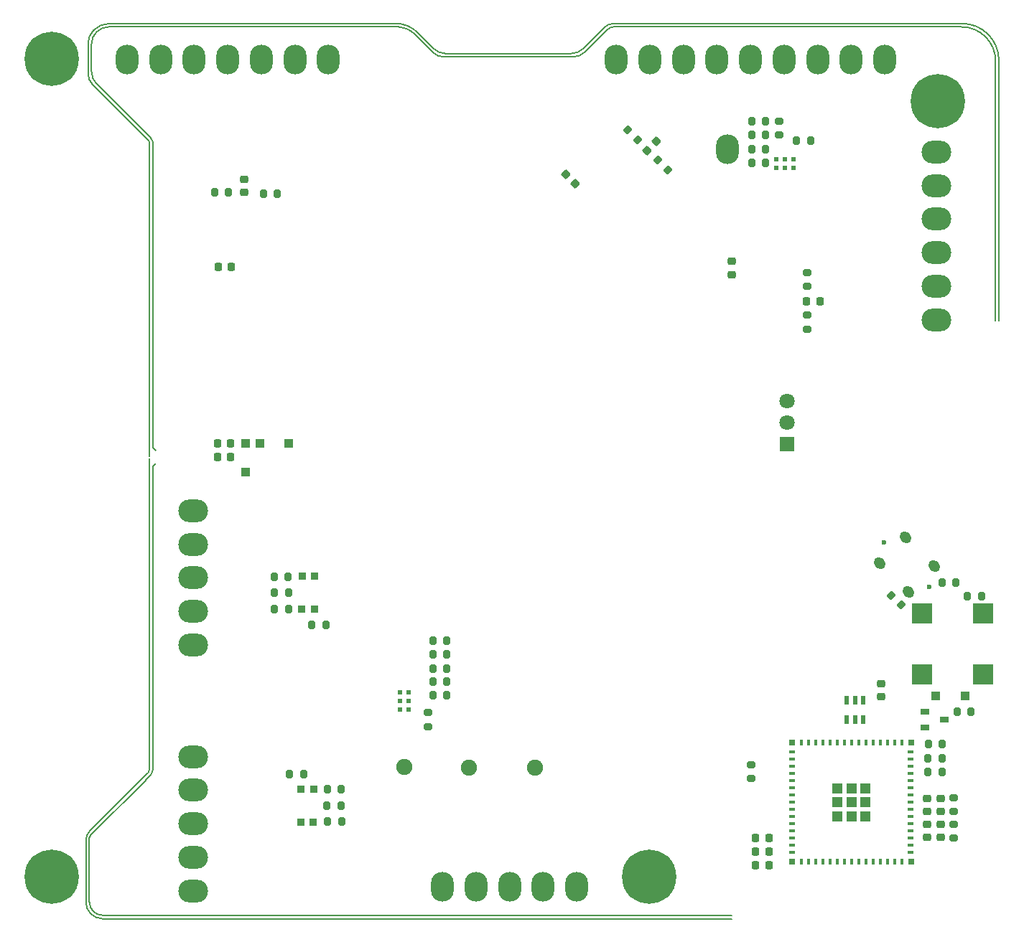
<source format=gbr>
%TF.GenerationSoftware,KiCad,Pcbnew,9.0.3*%
%TF.CreationDate,2025-07-25T14:59:07+02:00*%
%TF.ProjectId,HUB_MPE,4855425f-4d50-4452-9e6b-696361645f70,0.1*%
%TF.SameCoordinates,Original*%
%TF.FileFunction,Soldermask,Bot*%
%TF.FilePolarity,Negative*%
%FSLAX46Y46*%
G04 Gerber Fmt 4.6, Leading zero omitted, Abs format (unit mm)*
G04 Created by KiCad (PCBNEW 9.0.3) date 2025-07-25 14:59:07*
%MOMM*%
%LPD*%
G01*
G04 APERTURE LIST*
G04 Aperture macros list*
%AMRoundRect*
0 Rectangle with rounded corners*
0 $1 Rounding radius*
0 $2 $3 $4 $5 $6 $7 $8 $9 X,Y pos of 4 corners*
0 Add a 4 corners polygon primitive as box body*
4,1,4,$2,$3,$4,$5,$6,$7,$8,$9,$2,$3,0*
0 Add four circle primitives for the rounded corners*
1,1,$1+$1,$2,$3*
1,1,$1+$1,$4,$5*
1,1,$1+$1,$6,$7*
1,1,$1+$1,$8,$9*
0 Add four rect primitives between the rounded corners*
20,1,$1+$1,$2,$3,$4,$5,0*
20,1,$1+$1,$4,$5,$6,$7,0*
20,1,$1+$1,$6,$7,$8,$9,0*
20,1,$1+$1,$8,$9,$2,$3,0*%
%AMHorizOval*
0 Thick line with rounded ends*
0 $1 width*
0 $2 $3 position (X,Y) of the first rounded end (center of the circle)*
0 $4 $5 position (X,Y) of the second rounded end (center of the circle)*
0 Add line between two ends*
20,1,$1,$2,$3,$4,$5,0*
0 Add two circle primitives to create the rounded ends*
1,1,$1,$2,$3*
1,1,$1,$4,$5*%
G04 Aperture macros list end*
%ADD10C,1.900000*%
%ADD11C,1.800000*%
%ADD12R,1.800000X1.800000*%
%ADD13O,2.700000X3.500000*%
%ADD14C,0.610000*%
%ADD15O,3.500000X2.700000*%
%ADD16C,0.800000*%
%ADD17C,6.400000*%
%ADD18HorizOval,1.200000X0.106066X-0.106066X-0.106066X0.106066X0*%
%ADD19C,0.600000*%
%ADD20RoundRect,0.225000X-0.017678X0.335876X-0.335876X0.017678X0.017678X-0.335876X0.335876X-0.017678X0*%
%ADD21R,0.800000X0.800000*%
%ADD22R,1.200000X1.200000*%
%ADD23R,0.400000X0.800000*%
%ADD24R,0.800000X0.400000*%
%ADD25RoundRect,0.200000X0.200000X0.275000X-0.200000X0.275000X-0.200000X-0.275000X0.200000X-0.275000X0*%
%ADD26R,2.400000X2.400000*%
%ADD27RoundRect,0.225000X0.250000X-0.225000X0.250000X0.225000X-0.250000X0.225000X-0.250000X-0.225000X0*%
%ADD28R,0.810000X0.860000*%
%ADD29RoundRect,0.200000X-0.200000X-0.275000X0.200000X-0.275000X0.200000X0.275000X-0.200000X0.275000X0*%
%ADD30RoundRect,0.225000X-0.225000X-0.250000X0.225000X-0.250000X0.225000X0.250000X-0.225000X0.250000X0*%
%ADD31RoundRect,0.225000X0.225000X0.250000X-0.225000X0.250000X-0.225000X-0.250000X0.225000X-0.250000X0*%
%ADD32RoundRect,0.200000X0.275000X-0.200000X0.275000X0.200000X-0.275000X0.200000X-0.275000X-0.200000X0*%
%ADD33R,1.100000X1.000000*%
%ADD34R,1.000000X0.800000*%
%ADD35RoundRect,0.200000X-0.275000X0.200000X-0.275000X-0.200000X0.275000X-0.200000X0.275000X0.200000X0*%
%ADD36RoundRect,0.225000X0.335876X0.017678X0.017678X0.335876X-0.335876X-0.017678X-0.017678X-0.335876X0*%
%ADD37RoundRect,0.225000X-0.250000X0.225000X-0.250000X-0.225000X0.250000X-0.225000X0.250000X0.225000X0*%
%ADD38RoundRect,0.200000X0.335876X0.053033X0.053033X0.335876X-0.335876X-0.053033X-0.053033X-0.335876X0*%
%ADD39R,0.530000X1.070000*%
%ADD40RoundRect,0.200000X-0.335876X-0.053033X-0.053033X-0.335876X0.335876X0.053033X0.053033X0.335876X0*%
%ADD41R,1.000000X1.100000*%
%ADD42C,0.200000*%
G04 APERTURE END LIST*
D10*
%TO.C,TP4*%
X88100000Y-119600000D03*
%TD*%
%TO.C,TP5*%
X95700000Y-119700000D03*
%TD*%
D11*
%TO.C,U1*%
X133225000Y-76385000D03*
X133225000Y-78925000D03*
D12*
X133225000Y-81465000D03*
%TD*%
D13*
%TO.C,J1*%
X113075000Y-36100000D03*
X117035000Y-36100000D03*
X120995000Y-36100000D03*
X124955000Y-36100000D03*
X128915000Y-36100000D03*
X132875000Y-36100000D03*
X136835000Y-36100000D03*
X140795000Y-36100000D03*
X144755000Y-36100000D03*
%TD*%
%TO.C,J2*%
X126225000Y-46675000D03*
%TD*%
D14*
%TO.C,U6*%
X88600000Y-110800000D03*
X87600000Y-110800000D03*
X88599999Y-111800000D03*
X87600001Y-111800000D03*
X88600000Y-112800000D03*
X87600000Y-112800000D03*
%TD*%
D15*
%TO.C,J6*%
X63200000Y-89355001D03*
X63200000Y-93314999D03*
X63200000Y-97275000D03*
X63200000Y-101235000D03*
X63200000Y-105195000D03*
%TD*%
D13*
%TO.C,J4*%
X79154999Y-36100000D03*
X75194999Y-36100000D03*
X71234998Y-36100000D03*
X67275000Y-36100000D03*
X63314999Y-36100000D03*
X59354999Y-36100000D03*
X55394999Y-36100000D03*
%TD*%
D10*
%TO.C,TP6*%
X103500000Y-119700000D03*
%TD*%
D15*
%TO.C,J5*%
X63225000Y-134204999D03*
X63225000Y-130245001D03*
X63225000Y-126285000D03*
X63225000Y-122325000D03*
X63225000Y-118365000D03*
%TD*%
D14*
%TO.C,U5*%
X131950000Y-47900002D03*
X131950000Y-48900002D03*
X132950000Y-47900003D03*
X132950000Y-48900001D03*
X133950000Y-47900002D03*
X133950000Y-48900002D03*
%TD*%
D16*
%TO.C,H1*%
X48900000Y-36000000D03*
X48197056Y-37697056D03*
X48197056Y-34302944D03*
X46500000Y-38400000D03*
D17*
X46500000Y-36000000D03*
D16*
X46500000Y-33600000D03*
X44802944Y-37697056D03*
X44802944Y-34302944D03*
X44100000Y-36000000D03*
%TD*%
%TO.C,H4*%
X119400000Y-132500000D03*
X118697056Y-134197056D03*
X118697056Y-130802944D03*
X117000000Y-134900000D03*
D17*
X117000000Y-132500000D03*
D16*
X117000000Y-130100000D03*
X115302944Y-134197056D03*
X115302944Y-130802944D03*
X114600000Y-132500000D03*
%TD*%
%TO.C,H2*%
X48900000Y-132500000D03*
X48197056Y-134197056D03*
X48197056Y-130802944D03*
X46500000Y-134900000D03*
D17*
X46500000Y-132500000D03*
D16*
X46500000Y-130100000D03*
X44802944Y-134197056D03*
X44802944Y-130802944D03*
X44100000Y-132500000D03*
%TD*%
D18*
%TO.C,USB2*%
X147508076Y-98918270D03*
X150548635Y-95877711D03*
X144113963Y-95524157D03*
X147154522Y-92483598D03*
D19*
X149982949Y-98352584D03*
X144679649Y-93049284D03*
%TD*%
D16*
%TO.C,H3*%
X153400000Y-41000000D03*
X152697056Y-42697056D03*
X152697056Y-39302944D03*
X151000000Y-43400000D03*
D17*
X151000000Y-41000000D03*
D16*
X151000000Y-38600000D03*
X149302944Y-42697056D03*
X149302944Y-39302944D03*
X148600000Y-41000000D03*
%TD*%
D15*
%TO.C,J3*%
X150800000Y-47015000D03*
X150800000Y-50975000D03*
X150800000Y-54935000D03*
X150800000Y-58895000D03*
X150800000Y-62855000D03*
X150800000Y-66815000D03*
%TD*%
D13*
%TO.C,J7*%
X92580001Y-133700000D03*
X96539999Y-133700000D03*
X100500000Y-133700000D03*
X104460000Y-133700000D03*
X108420000Y-133700000D03*
%TD*%
D20*
%TO.C,C32*%
X116724602Y-46844206D03*
X117820618Y-45748190D03*
%TD*%
D21*
%TO.C,U4*%
X147824132Y-130750000D03*
X147824132Y-116750000D03*
D22*
X142474132Y-125400000D03*
X142474132Y-123750000D03*
X142474132Y-122100000D03*
X140824132Y-125400000D03*
X140824132Y-123750000D03*
X140824132Y-122100000D03*
X139174132Y-125400000D03*
X139174132Y-123750000D03*
X139174132Y-122100000D03*
D21*
X133824132Y-130750000D03*
X133824132Y-116750000D03*
D23*
X134874132Y-130780000D03*
X135724132Y-130780000D03*
X136574132Y-130780000D03*
X137424132Y-130780000D03*
X138274132Y-130780000D03*
X139124132Y-130780000D03*
X139974132Y-130780000D03*
X140824132Y-130780000D03*
X141674132Y-130780000D03*
X142524132Y-130780000D03*
X143374132Y-130780000D03*
X144224132Y-130780000D03*
X145074132Y-130780000D03*
X145924132Y-130780000D03*
X146774132Y-130780000D03*
D24*
X147804132Y-129700000D03*
X147804132Y-128850000D03*
X147804132Y-128000000D03*
X147804132Y-127150000D03*
X147804132Y-126300000D03*
X147804132Y-125450000D03*
X147804132Y-124600000D03*
X147804132Y-123750000D03*
X147804132Y-122900000D03*
X147804132Y-122050000D03*
X147804132Y-121200000D03*
X147804132Y-120350000D03*
X147804132Y-119500000D03*
X147804132Y-118650000D03*
X147804132Y-117800000D03*
D23*
X146774132Y-116720000D03*
X145924132Y-116720000D03*
X145074132Y-116720000D03*
X144224132Y-116720000D03*
X143374132Y-116720000D03*
X142524132Y-116720000D03*
X141674132Y-116720000D03*
X140824132Y-116720000D03*
X139974132Y-116720000D03*
X139124132Y-116720000D03*
X138274132Y-116720000D03*
X137424132Y-116720000D03*
X136574132Y-116720000D03*
X135724132Y-116720000D03*
X134874132Y-116720000D03*
D24*
X133844132Y-117800000D03*
X133844132Y-118650000D03*
X133844132Y-119500000D03*
X133844132Y-120350000D03*
X133844132Y-121200000D03*
X133844132Y-122050000D03*
X133844132Y-122900000D03*
X133844132Y-123750000D03*
X133844132Y-124600000D03*
X133844132Y-125450000D03*
X133844132Y-126300000D03*
X133844132Y-127150000D03*
X133844132Y-128000000D03*
X133844132Y-128850000D03*
X133844132Y-129700000D03*
%TD*%
D25*
%TO.C,R29*%
X72800000Y-99050000D03*
X74450000Y-99050000D03*
%TD*%
%TO.C,R27*%
X77200000Y-102800000D03*
X78850000Y-102800000D03*
%TD*%
%TO.C,R8*%
X65700000Y-51800000D03*
X67350000Y-51800000D03*
%TD*%
D26*
%TO.C,BUZZER1*%
X156300000Y-101500000D03*
X149100000Y-101500000D03*
X149100000Y-108700000D03*
X156300000Y-108700000D03*
%TD*%
D27*
%TO.C,C47*%
X151300000Y-123275000D03*
X151300000Y-124825000D03*
%TD*%
D28*
%TO.C,R94*%
X77425000Y-122200000D03*
X75925000Y-122200000D03*
%TD*%
D25*
%TO.C,R42*%
X129050000Y-45000000D03*
X130700000Y-45000000D03*
%TD*%
D28*
%TO.C,R93*%
X77375000Y-126100000D03*
X75875000Y-126100000D03*
%TD*%
D29*
%TO.C,R36*%
X154925000Y-113100000D03*
X153275000Y-113100000D03*
%TD*%
D30*
%TO.C,C43*%
X131074131Y-127990000D03*
X129524131Y-127990000D03*
%TD*%
D31*
%TO.C,C27*%
X135525000Y-64600000D03*
X137075000Y-64600000D03*
%TD*%
D28*
%TO.C,R31*%
X76000000Y-101000000D03*
X77500000Y-101000000D03*
%TD*%
D32*
%TO.C,R88*%
X90850001Y-113175000D03*
X90850001Y-114825000D03*
%TD*%
D33*
%TO.C,D1*%
X150770000Y-111200000D03*
X154230000Y-111200000D03*
%TD*%
D27*
%TO.C,C24*%
X126700000Y-59925000D03*
X126700000Y-61475000D03*
%TD*%
D29*
%TO.C,R33*%
X151499132Y-120150000D03*
X149849132Y-120150000D03*
%TD*%
D30*
%TO.C,C22*%
X67675000Y-60600000D03*
X66125000Y-60600000D03*
%TD*%
D34*
%TO.C,Q1*%
X151750000Y-114000000D03*
X149450000Y-113050000D03*
X149450000Y-114950000D03*
%TD*%
D35*
%TO.C,R11*%
X135600000Y-67900000D03*
X135600000Y-66250000D03*
%TD*%
D31*
%TO.C,C41*%
X129524132Y-131190000D03*
X131074132Y-131190000D03*
%TD*%
D29*
%TO.C,R101*%
X93125002Y-104650000D03*
X91475002Y-104650000D03*
%TD*%
D36*
%TO.C,C31*%
X107178661Y-49637278D03*
X108274677Y-50733294D03*
%TD*%
D25*
%TO.C,R34*%
X149849132Y-118550000D03*
X151499132Y-118550000D03*
%TD*%
D30*
%TO.C,C75*%
X67625000Y-83050000D03*
X66075000Y-83050000D03*
%TD*%
D27*
%TO.C,C44*%
X149700000Y-126375001D03*
X149700000Y-127925001D03*
%TD*%
D37*
%TO.C,C45*%
X151300000Y-127925000D03*
X151300000Y-126375000D03*
%TD*%
D27*
%TO.C,C40*%
X144300000Y-109725000D03*
X144300000Y-111275000D03*
%TD*%
D25*
%TO.C,R111*%
X154475000Y-99400000D03*
X156125000Y-99400000D03*
%TD*%
D35*
%TO.C,R57*%
X129000000Y-120975000D03*
X129000000Y-119325000D03*
%TD*%
D29*
%TO.C,R25*%
X74375000Y-97150000D03*
X72725000Y-97150000D03*
%TD*%
D37*
%TO.C,C23*%
X69200000Y-51775000D03*
X69200000Y-50225000D03*
%TD*%
D29*
%TO.C,R97*%
X80650000Y-122200000D03*
X79000000Y-122200000D03*
%TD*%
%TO.C,R96*%
X76225000Y-120400000D03*
X74575000Y-120400000D03*
%TD*%
D25*
%TO.C,R50*%
X91475002Y-111124999D03*
X93125002Y-111124999D03*
%TD*%
D29*
%TO.C,R49*%
X93125002Y-109549999D03*
X91475002Y-109549999D03*
%TD*%
D33*
%TO.C,D5*%
X71040000Y-81400000D03*
X74500000Y-81400000D03*
%TD*%
D31*
%TO.C,C74*%
X66075000Y-81400000D03*
X67625000Y-81400000D03*
%TD*%
D38*
%TO.C,R12*%
X114426506Y-44440043D03*
X115593232Y-45606769D03*
%TD*%
D32*
%TO.C,R39*%
X152900000Y-126325000D03*
X152900000Y-127975000D03*
%TD*%
D29*
%TO.C,R98*%
X130699999Y-46650000D03*
X129049999Y-46650000D03*
%TD*%
%TO.C,R48*%
X93125002Y-107949999D03*
X91475002Y-107949999D03*
%TD*%
%TO.C,R10*%
X73125000Y-51900000D03*
X71475000Y-51900000D03*
%TD*%
D25*
%TO.C,R43*%
X129049999Y-43400000D03*
X130699999Y-43400000D03*
%TD*%
D28*
%TO.C,R26*%
X76050000Y-97100000D03*
X77550000Y-97100000D03*
%TD*%
D25*
%TO.C,R99*%
X91475002Y-106299999D03*
X93125002Y-106299999D03*
%TD*%
D30*
%TO.C,C42*%
X131074132Y-129599999D03*
X129524132Y-129599999D03*
%TD*%
D35*
%TO.C,R44*%
X132274998Y-45025000D03*
X132274998Y-43375000D03*
%TD*%
%TO.C,R40*%
X152900000Y-124875000D03*
X152900000Y-123225000D03*
%TD*%
D25*
%TO.C,R100*%
X129049999Y-48300000D03*
X130699999Y-48300000D03*
%TD*%
D29*
%TO.C,R91*%
X80625000Y-124150000D03*
X78975000Y-124150000D03*
%TD*%
D37*
%TO.C,C46*%
X149700000Y-124825001D03*
X149700000Y-123275001D03*
%TD*%
D29*
%TO.C,R37*%
X153125000Y-97800000D03*
X151475000Y-97800000D03*
%TD*%
D25*
%TO.C,R95*%
X79050000Y-126050000D03*
X80700000Y-126050000D03*
%TD*%
%TO.C,R110*%
X149875000Y-116900000D03*
X151525000Y-116900000D03*
%TD*%
%TO.C,R87*%
X134325000Y-45650001D03*
X135975000Y-45650001D03*
%TD*%
%TO.C,R32*%
X72775000Y-101000000D03*
X74425000Y-101000000D03*
%TD*%
D39*
%TO.C,D2*%
X142174132Y-111700000D03*
X141224132Y-111700000D03*
X140274132Y-111700000D03*
X140274132Y-114000000D03*
X141224132Y-114000000D03*
X142174132Y-114000000D03*
%TD*%
D40*
%TO.C,R14*%
X119128766Y-49142303D03*
X117962040Y-47975577D03*
%TD*%
%TO.C,R38*%
X146683363Y-100483363D03*
X145516637Y-99316637D03*
%TD*%
D41*
%TO.C,D4*%
X69400000Y-84830000D03*
X69400000Y-81370000D03*
%TD*%
D32*
%TO.C,R9*%
X135600000Y-61250000D03*
X135600000Y-62900000D03*
%TD*%
D42*
X58800000Y-83800000D02*
X58450000Y-84150000D01*
X58200965Y-45377756D02*
X51830413Y-39007204D01*
X87277519Y-32252458D02*
X87639257Y-32293215D01*
X88665732Y-32652394D02*
X88973962Y-32846068D01*
X58450000Y-84150000D02*
X58450000Y-119956440D01*
X109391896Y-35214213D02*
X111868805Y-32737304D01*
X88973962Y-32846068D02*
X89258569Y-33073034D01*
X112790000Y-32250000D02*
X153787042Y-32250000D01*
X58806109Y-82250000D02*
X58456109Y-81900000D01*
X88337755Y-32494449D02*
X88665732Y-32652394D01*
X89347559Y-33158550D02*
X91403223Y-35214214D01*
X89258569Y-33073034D02*
X89341629Y-33156094D01*
X87095506Y-32250000D02*
X87277519Y-32252458D01*
X87994156Y-32374219D02*
X88337755Y-32494449D01*
X58230330Y-120486770D02*
X57583550Y-121133550D01*
X50959070Y-128095717D02*
X50959070Y-135510790D01*
X53243024Y-32250000D02*
X87095506Y-32250000D01*
X51206109Y-37500000D02*
X51206109Y-34286915D01*
X89341629Y-33156094D02*
X89347559Y-33158550D01*
X87639257Y-32293215D02*
X87994156Y-32374219D01*
X157806109Y-36269067D02*
X157806109Y-66950000D01*
X111868805Y-32737304D02*
X112049301Y-32556808D01*
X57583550Y-121133550D02*
X57574483Y-121155440D01*
X58456109Y-81900000D02*
X58456109Y-45993729D01*
X52548280Y-137100000D02*
X126700000Y-137100000D01*
X57574483Y-121155440D02*
X51188779Y-127541144D01*
X92817436Y-35800000D02*
X107977682Y-35800000D01*
X51188779Y-127541144D02*
X51037419Y-127803309D01*
X51037419Y-127803309D02*
X50959070Y-128095717D01*
X107977682Y-35800000D02*
G75*
G03*
X109391905Y-35214222I18J2000000D01*
G01*
X153787042Y-32250000D02*
G75*
G02*
X157806100Y-36269067I-42J-4019100D01*
G01*
X58200965Y-45377756D02*
G75*
G02*
X58456091Y-45993729I-615965J-615944D01*
G01*
X51206109Y-34286915D02*
G75*
G02*
X53243024Y-32250009I2036891J15D01*
G01*
X112049301Y-32556808D02*
G75*
G02*
X112790000Y-32249998I740699J-740692D01*
G01*
X50959070Y-135510790D02*
G75*
G03*
X52548280Y-137100030I1589230J-10D01*
G01*
X51830413Y-39007204D02*
G75*
G02*
X51206104Y-37500000I1507187J1507204D01*
G01*
X58450000Y-119956440D02*
G75*
G02*
X58230310Y-120486750I-750000J40D01*
G01*
X91403223Y-35214214D02*
G75*
G03*
X92817436Y-35799974I1414177J1414214D01*
G01*
X107751472Y-35400000D02*
X92950000Y-35400000D01*
X50800000Y-34219239D02*
X50800000Y-37701472D01*
X58049000Y-119893893D02*
X58049000Y-83151000D01*
X58049000Y-46038819D02*
X58049000Y-82066100D01*
X57916501Y-45670113D02*
X58002781Y-45819558D01*
X58047440Y-45986242D02*
X58049000Y-46038819D01*
X91584315Y-34834315D02*
X89688492Y-32938492D01*
X58050000Y-82067100D02*
X58050000Y-82950000D01*
X111147207Y-32850000D02*
X109200000Y-34797207D01*
X58002781Y-45819558D02*
X58047440Y-45986242D01*
X111150000Y-32850000D02*
X111147207Y-32850000D01*
X109200000Y-34797207D02*
X109200000Y-34800000D01*
X126700000Y-137500000D02*
X52510275Y-137500000D01*
X158200000Y-66950000D02*
X158200000Y-36203982D01*
X111690381Y-32309619D02*
X111150000Y-32850000D01*
X51400000Y-39150000D02*
X57857297Y-45607297D01*
X87060640Y-31850000D02*
X53381371Y-31850000D01*
X57857297Y-45607297D02*
X57916501Y-45670113D01*
X58049000Y-82066100D02*
X58050000Y-82067100D01*
X50549000Y-135538725D02*
X50549000Y-128238810D01*
X51000000Y-127150000D02*
X57902553Y-120247447D01*
X153846018Y-31850000D02*
X112800000Y-31850000D01*
X52510275Y-137500000D02*
G75*
G02*
X50549000Y-135538725I25J1961300D01*
G01*
X51450000Y-32650000D02*
G75*
G03*
X50800016Y-34219239I1569200J-1569200D01*
G01*
X89688492Y-32938492D02*
G75*
G03*
X87060640Y-31849959I-2627892J-2627808D01*
G01*
X53381371Y-31850000D02*
G75*
G03*
X51450009Y-32650009I29J-2731400D01*
G01*
X92950000Y-35400000D02*
G75*
G02*
X91584309Y-34834321I0J1931400D01*
G01*
X57902553Y-120247447D02*
G75*
G03*
X58048995Y-119893893I-353553J353547D01*
G01*
X109200000Y-34800000D02*
G75*
G02*
X107751472Y-35399988I-1448500J1448500D01*
G01*
X112800000Y-31850000D02*
G75*
G03*
X111690389Y-32309627I0J-1569200D01*
G01*
X50549000Y-128238810D02*
G75*
G02*
X50999997Y-127149997I1539800J10D01*
G01*
X158200000Y-36203982D02*
G75*
G03*
X153846018Y-31850000I-4354000J-18D01*
G01*
X50800000Y-37701472D02*
G75*
G03*
X51399992Y-39150008I2048500J-28D01*
G01*
M02*

</source>
